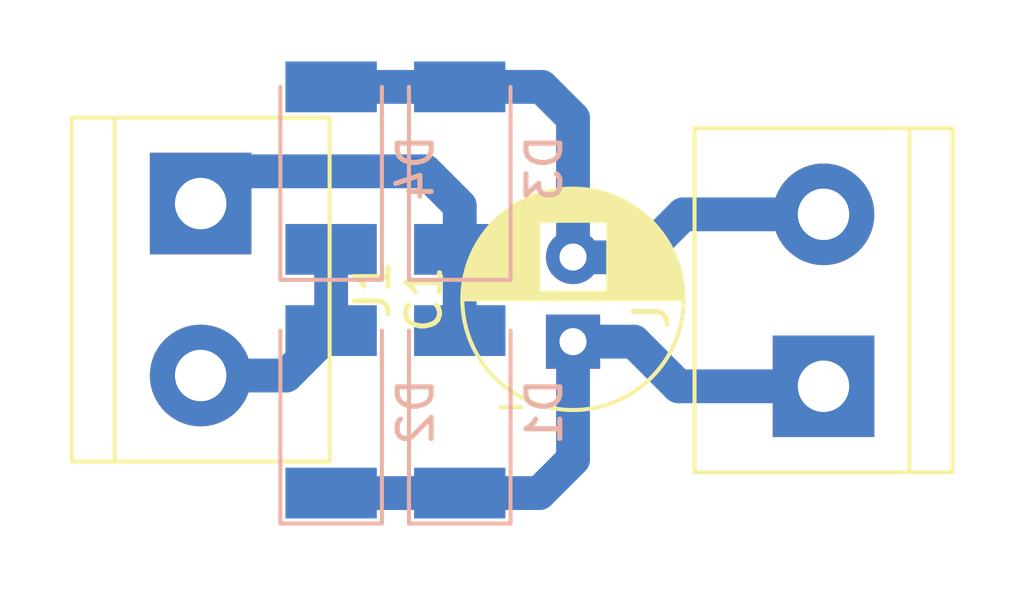
<source format=kicad_pcb>
(kicad_pcb (version 20171130) (host pcbnew "(5.0.0)")

  (general
    (thickness 1.6)
    (drawings 0)
    (tracks 23)
    (zones 0)
    (modules 7)
    (nets 5)
  )

  (page A4)
  (layers
    (0 F.Cu signal)
    (31 B.Cu signal)
    (32 B.Adhes user)
    (33 F.Adhes user)
    (34 B.Paste user)
    (35 F.Paste user)
    (36 B.SilkS user)
    (37 F.SilkS user)
    (38 B.Mask user)
    (39 F.Mask user)
    (40 Dwgs.User user)
    (41 Cmts.User user)
    (42 Eco1.User user)
    (43 Eco2.User user)
    (44 Edge.Cuts user)
    (45 Margin user)
    (46 B.CrtYd user)
    (47 F.CrtYd user)
    (48 B.Fab user)
    (49 F.Fab user)
  )

  (setup
    (last_trace_width 1)
    (user_trace_width 1)
    (trace_clearance 0.2)
    (zone_clearance 0.508)
    (zone_45_only no)
    (trace_min 0.2)
    (segment_width 0.2)
    (edge_width 0.15)
    (via_size 0.8)
    (via_drill 0.4)
    (via_min_size 0.4)
    (via_min_drill 0.3)
    (uvia_size 0.3)
    (uvia_drill 0.1)
    (uvias_allowed no)
    (uvia_min_size 0.2)
    (uvia_min_drill 0.1)
    (pcb_text_width 0.3)
    (pcb_text_size 1.5 1.5)
    (mod_edge_width 0.15)
    (mod_text_size 1 1)
    (mod_text_width 0.15)
    (pad_size 1.524 1.524)
    (pad_drill 0.762)
    (pad_to_mask_clearance 0.2)
    (aux_axis_origin 0 0)
    (visible_elements FFFFFF7F)
    (pcbplotparams
      (layerselection 0x00000_fffffffe)
      (usegerberextensions false)
      (usegerberattributes false)
      (usegerberadvancedattributes false)
      (creategerberjobfile false)
      (excludeedgelayer true)
      (linewidth 0.050000)
      (plotframeref false)
      (viasonmask false)
      (mode 1)
      (useauxorigin false)
      (hpglpennumber 1)
      (hpglpenspeed 20)
      (hpglpendiameter 15.000000)
      (psnegative false)
      (psa4output false)
      (plotreference true)
      (plotvalue true)
      (plotinvisibletext false)
      (padsonsilk false)
      (subtractmaskfromsilk false)
      (outputformat 5)
      (mirror false)
      (drillshape 1)
      (scaleselection 1)
      (outputdirectory ""))
  )

  (net 0 "")
  (net 1 "Net-(D1-Pad2)")
  (net 2 "Net-(D2-Pad2)")
  (net 3 "Net-(C1-Pad2)")
  (net 4 "Net-(C1-Pad1)")

  (net_class Default "This is the default net class."
    (clearance 0.2)
    (trace_width 0.25)
    (via_dia 0.8)
    (via_drill 0.4)
    (uvia_dia 0.3)
    (uvia_drill 0.1)
    (add_net "Net-(C1-Pad1)")
    (add_net "Net-(C1-Pad2)")
    (add_net "Net-(D1-Pad2)")
    (add_net "Net-(D2-Pad2)")
  )

  (module Capacitor_THT:CP_Radial_D6.3mm_P2.50mm (layer F.Cu) (tedit 5AE50EF0) (tstamp 5E59193C)
    (at 165.4 79.2 90)
    (descr "CP, Radial series, Radial, pin pitch=2.50mm, , diameter=6.3mm, Electrolytic Capacitor")
    (tags "CP Radial series Radial pin pitch 2.50mm  diameter 6.3mm Electrolytic Capacitor")
    (path /5E58B1F7)
    (fp_text reference C1 (at 1.25 -4.4 90) (layer F.SilkS)
      (effects (font (size 1 1) (thickness 0.15)))
    )
    (fp_text value "330uF, 16V" (at 1.25 4.4 90) (layer F.Fab)
      (effects (font (size 1 1) (thickness 0.15)))
    )
    (fp_circle (center 1.25 0) (end 4.4 0) (layer F.Fab) (width 0.1))
    (fp_circle (center 1.25 0) (end 4.52 0) (layer F.SilkS) (width 0.12))
    (fp_circle (center 1.25 0) (end 4.65 0) (layer F.CrtYd) (width 0.05))
    (fp_line (start -1.443972 -1.3735) (end -0.813972 -1.3735) (layer F.Fab) (width 0.1))
    (fp_line (start -1.128972 -1.6885) (end -1.128972 -1.0585) (layer F.Fab) (width 0.1))
    (fp_line (start 1.25 -3.23) (end 1.25 3.23) (layer F.SilkS) (width 0.12))
    (fp_line (start 1.29 -3.23) (end 1.29 3.23) (layer F.SilkS) (width 0.12))
    (fp_line (start 1.33 -3.23) (end 1.33 3.23) (layer F.SilkS) (width 0.12))
    (fp_line (start 1.37 -3.228) (end 1.37 3.228) (layer F.SilkS) (width 0.12))
    (fp_line (start 1.41 -3.227) (end 1.41 3.227) (layer F.SilkS) (width 0.12))
    (fp_line (start 1.45 -3.224) (end 1.45 3.224) (layer F.SilkS) (width 0.12))
    (fp_line (start 1.49 -3.222) (end 1.49 -1.04) (layer F.SilkS) (width 0.12))
    (fp_line (start 1.49 1.04) (end 1.49 3.222) (layer F.SilkS) (width 0.12))
    (fp_line (start 1.53 -3.218) (end 1.53 -1.04) (layer F.SilkS) (width 0.12))
    (fp_line (start 1.53 1.04) (end 1.53 3.218) (layer F.SilkS) (width 0.12))
    (fp_line (start 1.57 -3.215) (end 1.57 -1.04) (layer F.SilkS) (width 0.12))
    (fp_line (start 1.57 1.04) (end 1.57 3.215) (layer F.SilkS) (width 0.12))
    (fp_line (start 1.61 -3.211) (end 1.61 -1.04) (layer F.SilkS) (width 0.12))
    (fp_line (start 1.61 1.04) (end 1.61 3.211) (layer F.SilkS) (width 0.12))
    (fp_line (start 1.65 -3.206) (end 1.65 -1.04) (layer F.SilkS) (width 0.12))
    (fp_line (start 1.65 1.04) (end 1.65 3.206) (layer F.SilkS) (width 0.12))
    (fp_line (start 1.69 -3.201) (end 1.69 -1.04) (layer F.SilkS) (width 0.12))
    (fp_line (start 1.69 1.04) (end 1.69 3.201) (layer F.SilkS) (width 0.12))
    (fp_line (start 1.73 -3.195) (end 1.73 -1.04) (layer F.SilkS) (width 0.12))
    (fp_line (start 1.73 1.04) (end 1.73 3.195) (layer F.SilkS) (width 0.12))
    (fp_line (start 1.77 -3.189) (end 1.77 -1.04) (layer F.SilkS) (width 0.12))
    (fp_line (start 1.77 1.04) (end 1.77 3.189) (layer F.SilkS) (width 0.12))
    (fp_line (start 1.81 -3.182) (end 1.81 -1.04) (layer F.SilkS) (width 0.12))
    (fp_line (start 1.81 1.04) (end 1.81 3.182) (layer F.SilkS) (width 0.12))
    (fp_line (start 1.85 -3.175) (end 1.85 -1.04) (layer F.SilkS) (width 0.12))
    (fp_line (start 1.85 1.04) (end 1.85 3.175) (layer F.SilkS) (width 0.12))
    (fp_line (start 1.89 -3.167) (end 1.89 -1.04) (layer F.SilkS) (width 0.12))
    (fp_line (start 1.89 1.04) (end 1.89 3.167) (layer F.SilkS) (width 0.12))
    (fp_line (start 1.93 -3.159) (end 1.93 -1.04) (layer F.SilkS) (width 0.12))
    (fp_line (start 1.93 1.04) (end 1.93 3.159) (layer F.SilkS) (width 0.12))
    (fp_line (start 1.971 -3.15) (end 1.971 -1.04) (layer F.SilkS) (width 0.12))
    (fp_line (start 1.971 1.04) (end 1.971 3.15) (layer F.SilkS) (width 0.12))
    (fp_line (start 2.011 -3.141) (end 2.011 -1.04) (layer F.SilkS) (width 0.12))
    (fp_line (start 2.011 1.04) (end 2.011 3.141) (layer F.SilkS) (width 0.12))
    (fp_line (start 2.051 -3.131) (end 2.051 -1.04) (layer F.SilkS) (width 0.12))
    (fp_line (start 2.051 1.04) (end 2.051 3.131) (layer F.SilkS) (width 0.12))
    (fp_line (start 2.091 -3.121) (end 2.091 -1.04) (layer F.SilkS) (width 0.12))
    (fp_line (start 2.091 1.04) (end 2.091 3.121) (layer F.SilkS) (width 0.12))
    (fp_line (start 2.131 -3.11) (end 2.131 -1.04) (layer F.SilkS) (width 0.12))
    (fp_line (start 2.131 1.04) (end 2.131 3.11) (layer F.SilkS) (width 0.12))
    (fp_line (start 2.171 -3.098) (end 2.171 -1.04) (layer F.SilkS) (width 0.12))
    (fp_line (start 2.171 1.04) (end 2.171 3.098) (layer F.SilkS) (width 0.12))
    (fp_line (start 2.211 -3.086) (end 2.211 -1.04) (layer F.SilkS) (width 0.12))
    (fp_line (start 2.211 1.04) (end 2.211 3.086) (layer F.SilkS) (width 0.12))
    (fp_line (start 2.251 -3.074) (end 2.251 -1.04) (layer F.SilkS) (width 0.12))
    (fp_line (start 2.251 1.04) (end 2.251 3.074) (layer F.SilkS) (width 0.12))
    (fp_line (start 2.291 -3.061) (end 2.291 -1.04) (layer F.SilkS) (width 0.12))
    (fp_line (start 2.291 1.04) (end 2.291 3.061) (layer F.SilkS) (width 0.12))
    (fp_line (start 2.331 -3.047) (end 2.331 -1.04) (layer F.SilkS) (width 0.12))
    (fp_line (start 2.331 1.04) (end 2.331 3.047) (layer F.SilkS) (width 0.12))
    (fp_line (start 2.371 -3.033) (end 2.371 -1.04) (layer F.SilkS) (width 0.12))
    (fp_line (start 2.371 1.04) (end 2.371 3.033) (layer F.SilkS) (width 0.12))
    (fp_line (start 2.411 -3.018) (end 2.411 -1.04) (layer F.SilkS) (width 0.12))
    (fp_line (start 2.411 1.04) (end 2.411 3.018) (layer F.SilkS) (width 0.12))
    (fp_line (start 2.451 -3.002) (end 2.451 -1.04) (layer F.SilkS) (width 0.12))
    (fp_line (start 2.451 1.04) (end 2.451 3.002) (layer F.SilkS) (width 0.12))
    (fp_line (start 2.491 -2.986) (end 2.491 -1.04) (layer F.SilkS) (width 0.12))
    (fp_line (start 2.491 1.04) (end 2.491 2.986) (layer F.SilkS) (width 0.12))
    (fp_line (start 2.531 -2.97) (end 2.531 -1.04) (layer F.SilkS) (width 0.12))
    (fp_line (start 2.531 1.04) (end 2.531 2.97) (layer F.SilkS) (width 0.12))
    (fp_line (start 2.571 -2.952) (end 2.571 -1.04) (layer F.SilkS) (width 0.12))
    (fp_line (start 2.571 1.04) (end 2.571 2.952) (layer F.SilkS) (width 0.12))
    (fp_line (start 2.611 -2.934) (end 2.611 -1.04) (layer F.SilkS) (width 0.12))
    (fp_line (start 2.611 1.04) (end 2.611 2.934) (layer F.SilkS) (width 0.12))
    (fp_line (start 2.651 -2.916) (end 2.651 -1.04) (layer F.SilkS) (width 0.12))
    (fp_line (start 2.651 1.04) (end 2.651 2.916) (layer F.SilkS) (width 0.12))
    (fp_line (start 2.691 -2.896) (end 2.691 -1.04) (layer F.SilkS) (width 0.12))
    (fp_line (start 2.691 1.04) (end 2.691 2.896) (layer F.SilkS) (width 0.12))
    (fp_line (start 2.731 -2.876) (end 2.731 -1.04) (layer F.SilkS) (width 0.12))
    (fp_line (start 2.731 1.04) (end 2.731 2.876) (layer F.SilkS) (width 0.12))
    (fp_line (start 2.771 -2.856) (end 2.771 -1.04) (layer F.SilkS) (width 0.12))
    (fp_line (start 2.771 1.04) (end 2.771 2.856) (layer F.SilkS) (width 0.12))
    (fp_line (start 2.811 -2.834) (end 2.811 -1.04) (layer F.SilkS) (width 0.12))
    (fp_line (start 2.811 1.04) (end 2.811 2.834) (layer F.SilkS) (width 0.12))
    (fp_line (start 2.851 -2.812) (end 2.851 -1.04) (layer F.SilkS) (width 0.12))
    (fp_line (start 2.851 1.04) (end 2.851 2.812) (layer F.SilkS) (width 0.12))
    (fp_line (start 2.891 -2.79) (end 2.891 -1.04) (layer F.SilkS) (width 0.12))
    (fp_line (start 2.891 1.04) (end 2.891 2.79) (layer F.SilkS) (width 0.12))
    (fp_line (start 2.931 -2.766) (end 2.931 -1.04) (layer F.SilkS) (width 0.12))
    (fp_line (start 2.931 1.04) (end 2.931 2.766) (layer F.SilkS) (width 0.12))
    (fp_line (start 2.971 -2.742) (end 2.971 -1.04) (layer F.SilkS) (width 0.12))
    (fp_line (start 2.971 1.04) (end 2.971 2.742) (layer F.SilkS) (width 0.12))
    (fp_line (start 3.011 -2.716) (end 3.011 -1.04) (layer F.SilkS) (width 0.12))
    (fp_line (start 3.011 1.04) (end 3.011 2.716) (layer F.SilkS) (width 0.12))
    (fp_line (start 3.051 -2.69) (end 3.051 -1.04) (layer F.SilkS) (width 0.12))
    (fp_line (start 3.051 1.04) (end 3.051 2.69) (layer F.SilkS) (width 0.12))
    (fp_line (start 3.091 -2.664) (end 3.091 -1.04) (layer F.SilkS) (width 0.12))
    (fp_line (start 3.091 1.04) (end 3.091 2.664) (layer F.SilkS) (width 0.12))
    (fp_line (start 3.131 -2.636) (end 3.131 -1.04) (layer F.SilkS) (width 0.12))
    (fp_line (start 3.131 1.04) (end 3.131 2.636) (layer F.SilkS) (width 0.12))
    (fp_line (start 3.171 -2.607) (end 3.171 -1.04) (layer F.SilkS) (width 0.12))
    (fp_line (start 3.171 1.04) (end 3.171 2.607) (layer F.SilkS) (width 0.12))
    (fp_line (start 3.211 -2.578) (end 3.211 -1.04) (layer F.SilkS) (width 0.12))
    (fp_line (start 3.211 1.04) (end 3.211 2.578) (layer F.SilkS) (width 0.12))
    (fp_line (start 3.251 -2.548) (end 3.251 -1.04) (layer F.SilkS) (width 0.12))
    (fp_line (start 3.251 1.04) (end 3.251 2.548) (layer F.SilkS) (width 0.12))
    (fp_line (start 3.291 -2.516) (end 3.291 -1.04) (layer F.SilkS) (width 0.12))
    (fp_line (start 3.291 1.04) (end 3.291 2.516) (layer F.SilkS) (width 0.12))
    (fp_line (start 3.331 -2.484) (end 3.331 -1.04) (layer F.SilkS) (width 0.12))
    (fp_line (start 3.331 1.04) (end 3.331 2.484) (layer F.SilkS) (width 0.12))
    (fp_line (start 3.371 -2.45) (end 3.371 -1.04) (layer F.SilkS) (width 0.12))
    (fp_line (start 3.371 1.04) (end 3.371 2.45) (layer F.SilkS) (width 0.12))
    (fp_line (start 3.411 -2.416) (end 3.411 -1.04) (layer F.SilkS) (width 0.12))
    (fp_line (start 3.411 1.04) (end 3.411 2.416) (layer F.SilkS) (width 0.12))
    (fp_line (start 3.451 -2.38) (end 3.451 -1.04) (layer F.SilkS) (width 0.12))
    (fp_line (start 3.451 1.04) (end 3.451 2.38) (layer F.SilkS) (width 0.12))
    (fp_line (start 3.491 -2.343) (end 3.491 -1.04) (layer F.SilkS) (width 0.12))
    (fp_line (start 3.491 1.04) (end 3.491 2.343) (layer F.SilkS) (width 0.12))
    (fp_line (start 3.531 -2.305) (end 3.531 -1.04) (layer F.SilkS) (width 0.12))
    (fp_line (start 3.531 1.04) (end 3.531 2.305) (layer F.SilkS) (width 0.12))
    (fp_line (start 3.571 -2.265) (end 3.571 2.265) (layer F.SilkS) (width 0.12))
    (fp_line (start 3.611 -2.224) (end 3.611 2.224) (layer F.SilkS) (width 0.12))
    (fp_line (start 3.651 -2.182) (end 3.651 2.182) (layer F.SilkS) (width 0.12))
    (fp_line (start 3.691 -2.137) (end 3.691 2.137) (layer F.SilkS) (width 0.12))
    (fp_line (start 3.731 -2.092) (end 3.731 2.092) (layer F.SilkS) (width 0.12))
    (fp_line (start 3.771 -2.044) (end 3.771 2.044) (layer F.SilkS) (width 0.12))
    (fp_line (start 3.811 -1.995) (end 3.811 1.995) (layer F.SilkS) (width 0.12))
    (fp_line (start 3.851 -1.944) (end 3.851 1.944) (layer F.SilkS) (width 0.12))
    (fp_line (start 3.891 -1.89) (end 3.891 1.89) (layer F.SilkS) (width 0.12))
    (fp_line (start 3.931 -1.834) (end 3.931 1.834) (layer F.SilkS) (width 0.12))
    (fp_line (start 3.971 -1.776) (end 3.971 1.776) (layer F.SilkS) (width 0.12))
    (fp_line (start 4.011 -1.714) (end 4.011 1.714) (layer F.SilkS) (width 0.12))
    (fp_line (start 4.051 -1.65) (end 4.051 1.65) (layer F.SilkS) (width 0.12))
    (fp_line (start 4.091 -1.581) (end 4.091 1.581) (layer F.SilkS) (width 0.12))
    (fp_line (start 4.131 -1.509) (end 4.131 1.509) (layer F.SilkS) (width 0.12))
    (fp_line (start 4.171 -1.432) (end 4.171 1.432) (layer F.SilkS) (width 0.12))
    (fp_line (start 4.211 -1.35) (end 4.211 1.35) (layer F.SilkS) (width 0.12))
    (fp_line (start 4.251 -1.262) (end 4.251 1.262) (layer F.SilkS) (width 0.12))
    (fp_line (start 4.291 -1.165) (end 4.291 1.165) (layer F.SilkS) (width 0.12))
    (fp_line (start 4.331 -1.059) (end 4.331 1.059) (layer F.SilkS) (width 0.12))
    (fp_line (start 4.371 -0.94) (end 4.371 0.94) (layer F.SilkS) (width 0.12))
    (fp_line (start 4.411 -0.802) (end 4.411 0.802) (layer F.SilkS) (width 0.12))
    (fp_line (start 4.451 -0.633) (end 4.451 0.633) (layer F.SilkS) (width 0.12))
    (fp_line (start 4.491 -0.402) (end 4.491 0.402) (layer F.SilkS) (width 0.12))
    (fp_line (start -2.250241 -1.839) (end -1.620241 -1.839) (layer F.SilkS) (width 0.12))
    (fp_line (start -1.935241 -2.154) (end -1.935241 -1.524) (layer F.SilkS) (width 0.12))
    (fp_text user %R (at 1.25 0 90) (layer F.Fab)
      (effects (font (size 1 1) (thickness 0.15)))
    )
    (pad 1 thru_hole rect (at 0 0 90) (size 1.6 1.6) (drill 0.8) (layers *.Cu *.Mask)
      (net 4 "Net-(C1-Pad1)"))
    (pad 2 thru_hole circle (at 2.5 0 90) (size 1.6 1.6) (drill 0.8) (layers *.Cu *.Mask)
      (net 3 "Net-(C1-Pad2)"))
    (model ${KISYS3DMOD}/Capacitor_THT.3dshapes/CP_Radial_D6.3mm_P2.50mm.wrl
      (at (xyz 0 0 0))
      (scale (xyz 1 1 1))
      (rotate (xyz 0 0 0))
    )
  )

  (module Diode_SMD:D_MELF (layer B.Cu) (tedit 5905D864) (tstamp 5E5918A8)
    (at 158.253972 74.073223 90)
    (descr "Diode, MELF,,")
    (tags "Diode MELF ")
    (path /5E58B052)
    (attr smd)
    (fp_text reference D4 (at 0 2.5 90) (layer B.SilkS)
      (effects (font (size 1 1) (thickness 0.15)) (justify mirror))
    )
    (fp_text value SM4007 (at -0.25 -2.5 90) (layer B.Fab)
      (effects (font (size 1 1) (thickness 0.15)) (justify mirror))
    )
    (fp_line (start -3.4 -1.6) (end -3.4 1.6) (layer B.CrtYd) (width 0.05))
    (fp_line (start 3.4 -1.6) (end -3.4 -1.6) (layer B.CrtYd) (width 0.05))
    (fp_line (start 3.4 1.6) (end 3.4 -1.6) (layer B.CrtYd) (width 0.05))
    (fp_line (start -3.4 1.6) (end 3.4 1.6) (layer B.CrtYd) (width 0.05))
    (fp_line (start -0.64944 -0.00102) (end 0.50118 0.79908) (layer B.Fab) (width 0.1))
    (fp_line (start -0.64944 -0.00102) (end 0.50118 -0.75032) (layer B.Fab) (width 0.1))
    (fp_line (start 0.50118 -0.75032) (end 0.50118 0.79908) (layer B.Fab) (width 0.1))
    (fp_line (start -0.64944 0.79908) (end -0.64944 -0.80112) (layer B.Fab) (width 0.1))
    (fp_line (start 0.50118 -0.00102) (end 1.4994 -0.00102) (layer B.Fab) (width 0.1))
    (fp_line (start -0.64944 -0.00102) (end -1.55114 -0.00102) (layer B.Fab) (width 0.1))
    (fp_line (start 2.6 -1.3) (end 2.6 1.3) (layer B.Fab) (width 0.1))
    (fp_line (start -2.6 -1.3) (end 2.6 -1.3) (layer B.Fab) (width 0.1))
    (fp_line (start -2.6 1.3) (end -2.6 -1.3) (layer B.Fab) (width 0.1))
    (fp_line (start 2.6 1.3) (end -2.6 1.3) (layer B.Fab) (width 0.1))
    (fp_line (start -3.3 -1.5) (end 2.4 -1.5) (layer B.SilkS) (width 0.12))
    (fp_line (start -3.3 1.5) (end -3.3 -1.5) (layer B.SilkS) (width 0.12))
    (fp_line (start 2.4 1.5) (end -3.3 1.5) (layer B.SilkS) (width 0.12))
    (fp_text user %R (at 0 2.5 90) (layer B.Fab)
      (effects (font (size 1 1) (thickness 0.15)) (justify mirror))
    )
    (pad 2 smd rect (at 2.4 0 90) (size 1.5 2.7) (layers B.Cu B.Paste B.Mask)
      (net 3 "Net-(C1-Pad2)"))
    (pad 1 smd rect (at -2.4 0 90) (size 1.5 2.7) (layers B.Cu B.Paste B.Mask)
      (net 2 "Net-(D2-Pad2)"))
    (model ${KISYS3DMOD}/Diode_SMD.3dshapes/D_MELF.wrl
      (at (xyz 0 0 0))
      (scale (xyz 1 1 1))
      (rotate (xyz 0 0 0))
    )
  )

  (module Diode_SMD:D_MELF (layer B.Cu) (tedit 5905D864) (tstamp 5E591890)
    (at 162.053972 74.073223 90)
    (descr "Diode, MELF,,")
    (tags "Diode MELF ")
    (path /5E58B012)
    (attr smd)
    (fp_text reference D3 (at 0 2.5 90) (layer B.SilkS)
      (effects (font (size 1 1) (thickness 0.15)) (justify mirror))
    )
    (fp_text value SM4007 (at -0.25 -2.5 90) (layer B.Fab)
      (effects (font (size 1 1) (thickness 0.15)) (justify mirror))
    )
    (fp_text user %R (at 0 2.5 90) (layer B.Fab)
      (effects (font (size 1 1) (thickness 0.15)) (justify mirror))
    )
    (fp_line (start 2.4 1.5) (end -3.3 1.5) (layer B.SilkS) (width 0.12))
    (fp_line (start -3.3 1.5) (end -3.3 -1.5) (layer B.SilkS) (width 0.12))
    (fp_line (start -3.3 -1.5) (end 2.4 -1.5) (layer B.SilkS) (width 0.12))
    (fp_line (start 2.6 1.3) (end -2.6 1.3) (layer B.Fab) (width 0.1))
    (fp_line (start -2.6 1.3) (end -2.6 -1.3) (layer B.Fab) (width 0.1))
    (fp_line (start -2.6 -1.3) (end 2.6 -1.3) (layer B.Fab) (width 0.1))
    (fp_line (start 2.6 -1.3) (end 2.6 1.3) (layer B.Fab) (width 0.1))
    (fp_line (start -0.64944 -0.00102) (end -1.55114 -0.00102) (layer B.Fab) (width 0.1))
    (fp_line (start 0.50118 -0.00102) (end 1.4994 -0.00102) (layer B.Fab) (width 0.1))
    (fp_line (start -0.64944 0.79908) (end -0.64944 -0.80112) (layer B.Fab) (width 0.1))
    (fp_line (start 0.50118 -0.75032) (end 0.50118 0.79908) (layer B.Fab) (width 0.1))
    (fp_line (start -0.64944 -0.00102) (end 0.50118 -0.75032) (layer B.Fab) (width 0.1))
    (fp_line (start -0.64944 -0.00102) (end 0.50118 0.79908) (layer B.Fab) (width 0.1))
    (fp_line (start -3.4 1.6) (end 3.4 1.6) (layer B.CrtYd) (width 0.05))
    (fp_line (start 3.4 1.6) (end 3.4 -1.6) (layer B.CrtYd) (width 0.05))
    (fp_line (start 3.4 -1.6) (end -3.4 -1.6) (layer B.CrtYd) (width 0.05))
    (fp_line (start -3.4 -1.6) (end -3.4 1.6) (layer B.CrtYd) (width 0.05))
    (pad 1 smd rect (at -2.4 0 90) (size 1.5 2.7) (layers B.Cu B.Paste B.Mask)
      (net 1 "Net-(D1-Pad2)"))
    (pad 2 smd rect (at 2.4 0 90) (size 1.5 2.7) (layers B.Cu B.Paste B.Mask)
      (net 3 "Net-(C1-Pad2)"))
    (model ${KISYS3DMOD}/Diode_SMD.3dshapes/D_MELF.wrl
      (at (xyz 0 0 0))
      (scale (xyz 1 1 1))
      (rotate (xyz 0 0 0))
    )
  )

  (module Diode_SMD:D_MELF (layer B.Cu) (tedit 5905D864) (tstamp 5E591878)
    (at 158.253972 81.273223 90)
    (descr "Diode, MELF,,")
    (tags "Diode MELF ")
    (path /5E58AF76)
    (attr smd)
    (fp_text reference D2 (at 0 2.5 90) (layer B.SilkS)
      (effects (font (size 1 1) (thickness 0.15)) (justify mirror))
    )
    (fp_text value SM4007 (at -0.25 -2.5 90) (layer B.Fab)
      (effects (font (size 1 1) (thickness 0.15)) (justify mirror))
    )
    (fp_line (start -3.4 -1.6) (end -3.4 1.6) (layer B.CrtYd) (width 0.05))
    (fp_line (start 3.4 -1.6) (end -3.4 -1.6) (layer B.CrtYd) (width 0.05))
    (fp_line (start 3.4 1.6) (end 3.4 -1.6) (layer B.CrtYd) (width 0.05))
    (fp_line (start -3.4 1.6) (end 3.4 1.6) (layer B.CrtYd) (width 0.05))
    (fp_line (start -0.64944 -0.00102) (end 0.50118 0.79908) (layer B.Fab) (width 0.1))
    (fp_line (start -0.64944 -0.00102) (end 0.50118 -0.75032) (layer B.Fab) (width 0.1))
    (fp_line (start 0.50118 -0.75032) (end 0.50118 0.79908) (layer B.Fab) (width 0.1))
    (fp_line (start -0.64944 0.79908) (end -0.64944 -0.80112) (layer B.Fab) (width 0.1))
    (fp_line (start 0.50118 -0.00102) (end 1.4994 -0.00102) (layer B.Fab) (width 0.1))
    (fp_line (start -0.64944 -0.00102) (end -1.55114 -0.00102) (layer B.Fab) (width 0.1))
    (fp_line (start 2.6 -1.3) (end 2.6 1.3) (layer B.Fab) (width 0.1))
    (fp_line (start -2.6 -1.3) (end 2.6 -1.3) (layer B.Fab) (width 0.1))
    (fp_line (start -2.6 1.3) (end -2.6 -1.3) (layer B.Fab) (width 0.1))
    (fp_line (start 2.6 1.3) (end -2.6 1.3) (layer B.Fab) (width 0.1))
    (fp_line (start -3.3 -1.5) (end 2.4 -1.5) (layer B.SilkS) (width 0.12))
    (fp_line (start -3.3 1.5) (end -3.3 -1.5) (layer B.SilkS) (width 0.12))
    (fp_line (start 2.4 1.5) (end -3.3 1.5) (layer B.SilkS) (width 0.12))
    (fp_text user %R (at 0 2.5 90) (layer B.Fab)
      (effects (font (size 1 1) (thickness 0.15)) (justify mirror))
    )
    (pad 2 smd rect (at 2.4 0 90) (size 1.5 2.7) (layers B.Cu B.Paste B.Mask)
      (net 2 "Net-(D2-Pad2)"))
    (pad 1 smd rect (at -2.4 0 90) (size 1.5 2.7) (layers B.Cu B.Paste B.Mask)
      (net 4 "Net-(C1-Pad1)"))
    (model ${KISYS3DMOD}/Diode_SMD.3dshapes/D_MELF.wrl
      (at (xyz 0 0 0))
      (scale (xyz 1 1 1))
      (rotate (xyz 0 0 0))
    )
  )

  (module Diode_SMD:D_MELF (layer B.Cu) (tedit 5905D864) (tstamp 5E591860)
    (at 162.053972 81.273223 90)
    (descr "Diode, MELF,,")
    (tags "Diode MELF ")
    (path /5E58AF1F)
    (attr smd)
    (fp_text reference D1 (at 0 2.5 90) (layer B.SilkS)
      (effects (font (size 1 1) (thickness 0.15)) (justify mirror))
    )
    (fp_text value SM4007 (at -0.25 -2.5 90) (layer B.Fab)
      (effects (font (size 1 1) (thickness 0.15)) (justify mirror))
    )
    (fp_text user %R (at 0 2.5 90) (layer B.Fab)
      (effects (font (size 1 1) (thickness 0.15)) (justify mirror))
    )
    (fp_line (start 2.4 1.5) (end -3.3 1.5) (layer B.SilkS) (width 0.12))
    (fp_line (start -3.3 1.5) (end -3.3 -1.5) (layer B.SilkS) (width 0.12))
    (fp_line (start -3.3 -1.5) (end 2.4 -1.5) (layer B.SilkS) (width 0.12))
    (fp_line (start 2.6 1.3) (end -2.6 1.3) (layer B.Fab) (width 0.1))
    (fp_line (start -2.6 1.3) (end -2.6 -1.3) (layer B.Fab) (width 0.1))
    (fp_line (start -2.6 -1.3) (end 2.6 -1.3) (layer B.Fab) (width 0.1))
    (fp_line (start 2.6 -1.3) (end 2.6 1.3) (layer B.Fab) (width 0.1))
    (fp_line (start -0.64944 -0.00102) (end -1.55114 -0.00102) (layer B.Fab) (width 0.1))
    (fp_line (start 0.50118 -0.00102) (end 1.4994 -0.00102) (layer B.Fab) (width 0.1))
    (fp_line (start -0.64944 0.79908) (end -0.64944 -0.80112) (layer B.Fab) (width 0.1))
    (fp_line (start 0.50118 -0.75032) (end 0.50118 0.79908) (layer B.Fab) (width 0.1))
    (fp_line (start -0.64944 -0.00102) (end 0.50118 -0.75032) (layer B.Fab) (width 0.1))
    (fp_line (start -0.64944 -0.00102) (end 0.50118 0.79908) (layer B.Fab) (width 0.1))
    (fp_line (start -3.4 1.6) (end 3.4 1.6) (layer B.CrtYd) (width 0.05))
    (fp_line (start 3.4 1.6) (end 3.4 -1.6) (layer B.CrtYd) (width 0.05))
    (fp_line (start 3.4 -1.6) (end -3.4 -1.6) (layer B.CrtYd) (width 0.05))
    (fp_line (start -3.4 -1.6) (end -3.4 1.6) (layer B.CrtYd) (width 0.05))
    (pad 1 smd rect (at -2.4 0 90) (size 1.5 2.7) (layers B.Cu B.Paste B.Mask)
      (net 4 "Net-(C1-Pad1)"))
    (pad 2 smd rect (at 2.4 0 90) (size 1.5 2.7) (layers B.Cu B.Paste B.Mask)
      (net 1 "Net-(D1-Pad2)"))
    (model ${KISYS3DMOD}/Diode_SMD.3dshapes/D_MELF.wrl
      (at (xyz 0 0 0))
      (scale (xyz 1 1 1))
      (rotate (xyz 0 0 0))
    )
  )

  (module TerminalBlock:TerminalBlock_bornier-2_P5.08mm (layer F.Cu) (tedit 59FF03AB) (tstamp 5E591848)
    (at 172.8 80.518 90)
    (descr "simple 2-pin terminal block, pitch 5.08mm, revamped version of bornier2")
    (tags "terminal block bornier2")
    (path /5E58B1A3)
    (fp_text reference J2 (at 2.54 -5.08 90) (layer F.SilkS)
      (effects (font (size 1 1) (thickness 0.15)))
    )
    (fp_text value Screw_Terminal_01x02 (at 2.54 5.08 90) (layer F.Fab)
      (effects (font (size 1 1) (thickness 0.15)))
    )
    (fp_line (start 7.79 4) (end -2.71 4) (layer F.CrtYd) (width 0.05))
    (fp_line (start 7.79 4) (end 7.79 -4) (layer F.CrtYd) (width 0.05))
    (fp_line (start -2.71 -4) (end -2.71 4) (layer F.CrtYd) (width 0.05))
    (fp_line (start -2.71 -4) (end 7.79 -4) (layer F.CrtYd) (width 0.05))
    (fp_line (start -2.54 3.81) (end 7.62 3.81) (layer F.SilkS) (width 0.12))
    (fp_line (start -2.54 -3.81) (end -2.54 3.81) (layer F.SilkS) (width 0.12))
    (fp_line (start 7.62 -3.81) (end -2.54 -3.81) (layer F.SilkS) (width 0.12))
    (fp_line (start 7.62 3.81) (end 7.62 -3.81) (layer F.SilkS) (width 0.12))
    (fp_line (start 7.62 2.54) (end -2.54 2.54) (layer F.SilkS) (width 0.12))
    (fp_line (start 7.54 -3.75) (end -2.46 -3.75) (layer F.Fab) (width 0.1))
    (fp_line (start 7.54 3.75) (end 7.54 -3.75) (layer F.Fab) (width 0.1))
    (fp_line (start -2.46 3.75) (end 7.54 3.75) (layer F.Fab) (width 0.1))
    (fp_line (start -2.46 -3.75) (end -2.46 3.75) (layer F.Fab) (width 0.1))
    (fp_line (start -2.41 2.55) (end 7.49 2.55) (layer F.Fab) (width 0.1))
    (fp_text user %R (at 2.54 0 90) (layer F.Fab)
      (effects (font (size 1 1) (thickness 0.15)))
    )
    (pad 2 thru_hole circle (at 5.08 0 90) (size 3 3) (drill 1.52) (layers *.Cu *.Mask)
      (net 3 "Net-(C1-Pad2)"))
    (pad 1 thru_hole rect (at 0 0 90) (size 3 3) (drill 1.52) (layers *.Cu *.Mask)
      (net 4 "Net-(C1-Pad1)"))
    (model ${KISYS3DMOD}/TerminalBlock.3dshapes/TerminalBlock_bornier-2_P5.08mm.wrl
      (offset (xyz 2.539999961853027 0 0))
      (scale (xyz 1 1 1))
      (rotate (xyz 0 0 0))
    )
  )

  (module TerminalBlock:TerminalBlock_bornier-2_P5.08mm (layer F.Cu) (tedit 59FF03AB) (tstamp 5E591833)
    (at 154.4 75.12 270)
    (descr "simple 2-pin terminal block, pitch 5.08mm, revamped version of bornier2")
    (tags "terminal block bornier2")
    (path /5E58B131)
    (fp_text reference J1 (at 2.54 -5.08 270) (layer F.SilkS)
      (effects (font (size 1 1) (thickness 0.15)))
    )
    (fp_text value Screw_Terminal_01x02 (at 2.54 5.08 270) (layer F.Fab)
      (effects (font (size 1 1) (thickness 0.15)))
    )
    (fp_text user %R (at 2.54 0 270) (layer F.Fab)
      (effects (font (size 1 1) (thickness 0.15)))
    )
    (fp_line (start -2.41 2.55) (end 7.49 2.55) (layer F.Fab) (width 0.1))
    (fp_line (start -2.46 -3.75) (end -2.46 3.75) (layer F.Fab) (width 0.1))
    (fp_line (start -2.46 3.75) (end 7.54 3.75) (layer F.Fab) (width 0.1))
    (fp_line (start 7.54 3.75) (end 7.54 -3.75) (layer F.Fab) (width 0.1))
    (fp_line (start 7.54 -3.75) (end -2.46 -3.75) (layer F.Fab) (width 0.1))
    (fp_line (start 7.62 2.54) (end -2.54 2.54) (layer F.SilkS) (width 0.12))
    (fp_line (start 7.62 3.81) (end 7.62 -3.81) (layer F.SilkS) (width 0.12))
    (fp_line (start 7.62 -3.81) (end -2.54 -3.81) (layer F.SilkS) (width 0.12))
    (fp_line (start -2.54 -3.81) (end -2.54 3.81) (layer F.SilkS) (width 0.12))
    (fp_line (start -2.54 3.81) (end 7.62 3.81) (layer F.SilkS) (width 0.12))
    (fp_line (start -2.71 -4) (end 7.79 -4) (layer F.CrtYd) (width 0.05))
    (fp_line (start -2.71 -4) (end -2.71 4) (layer F.CrtYd) (width 0.05))
    (fp_line (start 7.79 4) (end 7.79 -4) (layer F.CrtYd) (width 0.05))
    (fp_line (start 7.79 4) (end -2.71 4) (layer F.CrtYd) (width 0.05))
    (pad 1 thru_hole rect (at 0 0 270) (size 3 3) (drill 1.52) (layers *.Cu *.Mask)
      (net 1 "Net-(D1-Pad2)"))
    (pad 2 thru_hole circle (at 5.08 0 270) (size 3 3) (drill 1.52) (layers *.Cu *.Mask)
      (net 2 "Net-(D2-Pad2)"))
    (model ${KISYS3DMOD}/TerminalBlock.3dshapes/TerminalBlock_bornier-2_P5.08mm.wrl
      (offset (xyz 2.539999961853027 0 0))
      (scale (xyz 1 1 1))
      (rotate (xyz 0 0 0))
    )
  )

  (segment (start 162.053972 77.123223) (end 162.053972 78.873223) (width 1) (layer B.Cu) (net 1))
  (segment (start 162.053972 75.185972) (end 162.053972 77.123223) (width 1) (layer B.Cu) (net 1))
  (segment (start 161.036 74.168) (end 162.053972 75.185972) (width 1) (layer B.Cu) (net 1))
  (segment (start 154.4 75.12) (end 155.352 74.168) (width 1) (layer B.Cu) (net 1))
  (segment (start 155.352 74.168) (end 161.036 74.168) (width 1) (layer B.Cu) (net 1))
  (segment (start 156.927195 80.2) (end 158.253972 78.873223) (width 1) (layer B.Cu) (net 2))
  (segment (start 154.4 80.2) (end 156.927195 80.2) (width 1) (layer B.Cu) (net 2))
  (segment (start 158.253972 78.873223) (end 158.253972 76.473223) (width 1) (layer B.Cu) (net 2))
  (segment (start 165.4 76.7) (end 165.4 72.6) (width 1) (layer B.Cu) (net 3))
  (segment (start 164.473223 71.673223) (end 162.053972 71.673223) (width 1) (layer B.Cu) (net 3))
  (segment (start 165.4 72.6) (end 164.473223 71.673223) (width 1) (layer B.Cu) (net 3))
  (segment (start 162.053972 71.673223) (end 158.253972 71.673223) (width 1) (layer B.Cu) (net 3))
  (segment (start 168.656 75.438) (end 172.8 75.438) (width 1) (layer B.Cu) (net 3))
  (segment (start 167.386 76.708) (end 168.656 75.438) (width 1) (layer B.Cu) (net 3))
  (segment (start 165.4 76.7) (end 165.408 76.708) (width 1) (layer B.Cu) (net 3))
  (segment (start 165.408 76.708) (end 167.386 76.708) (width 1) (layer B.Cu) (net 3))
  (segment (start 160.603972 83.673223) (end 158.253972 83.673223) (width 1) (layer B.Cu) (net 4))
  (segment (start 164.403972 83.673223) (end 160.603972 83.673223) (width 1) (layer B.Cu) (net 4))
  (segment (start 165.4 82.677195) (end 164.403972 83.673223) (width 1) (layer B.Cu) (net 4))
  (segment (start 165.4 79.2) (end 165.4 82.677195) (width 1) (layer B.Cu) (net 4))
  (segment (start 167.2 79.2) (end 168.518 80.518) (width 1) (layer B.Cu) (net 4))
  (segment (start 165.4 79.2) (end 167.2 79.2) (width 1) (layer B.Cu) (net 4))
  (segment (start 168.518 80.518) (end 172.8 80.518) (width 1) (layer B.Cu) (net 4))

)

</source>
